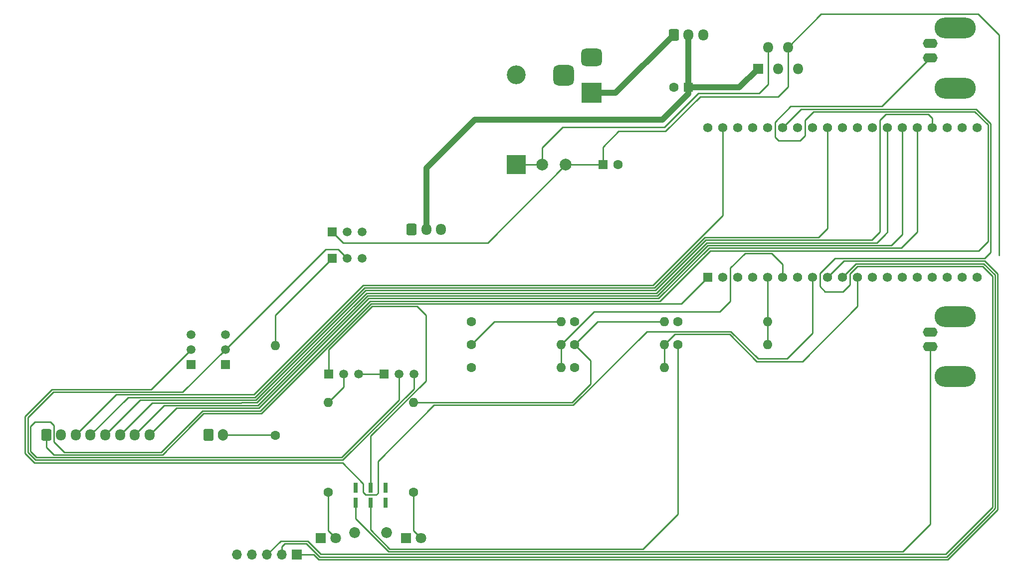
<source format=gbr>
%TF.GenerationSoftware,KiCad,Pcbnew,9.0.0*%
%TF.CreationDate,2025-07-16T00:17:05+02:00*%
%TF.ProjectId,OpenSpritzer2,4f70656e-5370-4726-9974-7a6572322e6b,rev?*%
%TF.SameCoordinates,Original*%
%TF.FileFunction,Copper,L1,Top*%
%TF.FilePolarity,Positive*%
%FSLAX46Y46*%
G04 Gerber Fmt 4.6, Leading zero omitted, Abs format (unit mm)*
G04 Created by KiCad (PCBNEW 9.0.0) date 2025-07-16 00:17:05*
%MOMM*%
%LPD*%
G01*
G04 APERTURE LIST*
G04 Aperture macros list*
%AMRoundRect*
0 Rectangle with rounded corners*
0 $1 Rounding radius*
0 $2 $3 $4 $5 $6 $7 $8 $9 X,Y pos of 4 corners*
0 Add a 4 corners polygon primitive as box body*
4,1,4,$2,$3,$4,$5,$6,$7,$8,$9,$2,$3,0*
0 Add four circle primitives for the rounded corners*
1,1,$1+$1,$2,$3*
1,1,$1+$1,$4,$5*
1,1,$1+$1,$6,$7*
1,1,$1+$1,$8,$9*
0 Add four rect primitives between the rounded corners*
20,1,$1+$1,$2,$3,$4,$5,0*
20,1,$1+$1,$4,$5,$6,$7,0*
20,1,$1+$1,$6,$7,$8,$9,0*
20,1,$1+$1,$8,$9,$2,$3,0*%
G04 Aperture macros list end*
%TA.AperFunction,ComponentPad*%
%ADD10C,1.600000*%
%TD*%
%TA.AperFunction,ComponentPad*%
%ADD11O,1.600000X1.600000*%
%TD*%
%TA.AperFunction,ComponentPad*%
%ADD12RoundRect,0.250000X-0.600000X-0.725000X0.600000X-0.725000X0.600000X0.725000X-0.600000X0.725000X0*%
%TD*%
%TA.AperFunction,ComponentPad*%
%ADD13O,1.700000X1.950000*%
%TD*%
%TA.AperFunction,ComponentPad*%
%ADD14RoundRect,0.250000X-0.600000X-0.750000X0.600000X-0.750000X0.600000X0.750000X-0.600000X0.750000X0*%
%TD*%
%TA.AperFunction,ComponentPad*%
%ADD15O,1.700000X2.000000*%
%TD*%
%TA.AperFunction,ComponentPad*%
%ADD16C,1.500000*%
%TD*%
%TA.AperFunction,ComponentPad*%
%ADD17R,1.500000X1.500000*%
%TD*%
%TA.AperFunction,ComponentPad*%
%ADD18R,1.700000X1.700000*%
%TD*%
%TA.AperFunction,ComponentPad*%
%ADD19O,1.700000X1.700000*%
%TD*%
%TA.AperFunction,ComponentPad*%
%ADD20R,1.800000X1.800000*%
%TD*%
%TA.AperFunction,ComponentPad*%
%ADD21C,1.800000*%
%TD*%
%TA.AperFunction,ComponentPad*%
%ADD22O,2.499360X1.600200*%
%TD*%
%TA.AperFunction,ComponentPad*%
%ADD23O,7.000240X3.500120*%
%TD*%
%TA.AperFunction,ComponentPad*%
%ADD24O,1.800000X1.800000*%
%TD*%
%TA.AperFunction,ComponentPad*%
%ADD25C,2.000000*%
%TD*%
%TA.AperFunction,ComponentPad*%
%ADD26C,1.850000*%
%TD*%
%TA.AperFunction,ComponentPad*%
%ADD27R,0.750000X1.750000*%
%TD*%
%TA.AperFunction,ComponentPad*%
%ADD28R,3.200000X3.200000*%
%TD*%
%TA.AperFunction,ComponentPad*%
%ADD29O,3.200000X3.200000*%
%TD*%
%TA.AperFunction,ComponentPad*%
%ADD30R,1.600000X1.600000*%
%TD*%
%TA.AperFunction,ComponentPad*%
%ADD31R,3.500000X3.500000*%
%TD*%
%TA.AperFunction,ComponentPad*%
%ADD32RoundRect,0.750000X-1.000000X0.750000X-1.000000X-0.750000X1.000000X-0.750000X1.000000X0.750000X0*%
%TD*%
%TA.AperFunction,ComponentPad*%
%ADD33RoundRect,0.875000X-0.875000X0.875000X-0.875000X-0.875000X0.875000X-0.875000X0.875000X0.875000X0*%
%TD*%
%TA.AperFunction,ComponentPad*%
%ADD34R,1.560000X1.560000*%
%TD*%
%TA.AperFunction,ComponentPad*%
%ADD35C,1.560000*%
%TD*%
%TA.AperFunction,Conductor*%
%ADD36C,0.250000*%
%TD*%
%TA.AperFunction,Conductor*%
%ADD37C,1.000000*%
%TD*%
G04 APERTURE END LIST*
D10*
%TO.P,R5,1*%
%TO.N,Net-(D4-A)*%
X82150000Y-84370000D03*
D11*
%TO.P,R5,2*%
%TO.N,VCC 5V*%
X82150000Y-69130000D03*
%TD*%
D10*
%TO.P,R3,1*%
%TO.N,Net-(R3-Pad1)*%
X150430000Y-68950000D03*
D11*
%TO.P,R3,2*%
%TO.N,GPIO34*%
X165670000Y-68950000D03*
%TD*%
D12*
%TO.P,U3,1,VCC*%
%TO.N,3.3V*%
X43250000Y-84300000D03*
D13*
%TO.P,U3,2,GND*%
%TO.N,GNDREF*%
X45750000Y-84300000D03*
%TO.P,U3,3,DIN*%
%TO.N,GPIO23*%
X48250000Y-84300000D03*
%TO.P,U3,4,CLK*%
%TO.N,GPIO18*%
X50750000Y-84300000D03*
%TO.P,U3,5,CS*%
%TO.N,GPIO15*%
X53250000Y-84300000D03*
%TO.P,U3,6,DC*%
%TO.N,GPIO4*%
X55750000Y-84300000D03*
%TO.P,U3,7,RST*%
%TO.N,GPIO0*%
X58250000Y-84300000D03*
%TO.P,U3,8,BL*%
%TO.N,GPIO2*%
X60750000Y-84300000D03*
%TD*%
D10*
%TO.P,1k\u03A9,1*%
%TO.N,Net-(Q1-B)*%
X115390000Y-68950000D03*
D11*
%TO.P,1k\u03A9,2*%
%TO.N,GPIO35*%
X130630000Y-68950000D03*
%TD*%
D14*
%TO.P,D4,1,K*%
%TO.N,Net-(D4-K)*%
X70750000Y-84300000D03*
D15*
%TO.P,D4,2,A*%
%TO.N,Net-(D4-A)*%
X73250000Y-84300000D03*
%TD*%
D16*
%TO.P,NPN,1,B*%
%TO.N,TTL Input*%
X94340000Y-54300000D03*
D17*
%TO.P,NPN,2,C*%
%TO.N,VCC 5V*%
X91800000Y-54300000D03*
D16*
%TO.P,NPN,3,E*%
%TO.N,Net-(J4-Pin_3)*%
X96880000Y-54300000D03*
%TD*%
D12*
%TO.P,J4,1,Pin_1*%
%TO.N,GNDREF*%
X105250000Y-49425000D03*
D13*
%TO.P,J4,2,Pin_2*%
%TO.N,Vin 24V*%
X107750000Y-49425000D03*
%TO.P,J4,3,Pin_3*%
%TO.N,Net-(J4-Pin_3)*%
X110250000Y-49425000D03*
%TD*%
D18*
%TO.P,SW3,1,A*%
%TO.N,GPIO25*%
X85800000Y-104600000D03*
D19*
%TO.P,SW3,2,C*%
%TO.N,GPIO26*%
X83260000Y-104600000D03*
%TO.P,SW3,3,B*%
%TO.N,GPIO21*%
X80720000Y-104600000D03*
%TO.P,SW3,4,S1*%
%TO.N,3.3V*%
X78180000Y-104600000D03*
%TO.P,SW3,5,S2*%
%TO.N,GNDREF*%
X75640000Y-104600000D03*
%TD*%
D16*
%TO.P,NPN,1,B*%
%TO.N,GPIO33*%
X67850000Y-69760000D03*
D17*
%TO.P,NPN,2,C*%
%TO.N,Net-(D4-K)*%
X67850000Y-72300000D03*
D16*
%TO.P,NPN,3,E*%
%TO.N,GNDREF*%
X67850000Y-67220000D03*
%TD*%
D20*
%TO.P,D2,1,K*%
%TO.N,GNDREF*%
X104300000Y-101800000D03*
D21*
%TO.P,D2,2,A*%
%TO.N,Net-(D2-A)*%
X106840000Y-101800000D03*
%TD*%
D10*
%TO.P,R1,1*%
%TO.N,Net-(D2-A)*%
X105600000Y-94020000D03*
D11*
%TO.P,R1,2*%
%TO.N,Net-(R1-Pad2)*%
X105600000Y-78780000D03*
%TD*%
D22*
%TO.P,J2,1,In*%
%TO.N,Net-(J2-In)*%
X193298740Y-69300000D03*
%TO.P,J2,2,Ext*%
%TO.N,VCC 5V*%
X193298740Y-66800640D03*
D23*
%TO.P,J2,GNDREF,Ext*%
%TO.N,N/C*%
X197563400Y-64202220D03*
X197563400Y-74400320D03*
%TD*%
D16*
%TO.P,NPN,1,B*%
%TO.N,Net-(Q1-B)*%
X93710000Y-73950000D03*
D17*
%TO.P,NPN,2,C*%
%TO.N,VCC 5V*%
X91170000Y-73950000D03*
D16*
%TO.P,NPN,3,E*%
%TO.N,Net-(Q1-E)*%
X96250000Y-73950000D03*
%TD*%
%TO.P,NPN,1,B*%
%TO.N,Net-(J3-In)*%
X103110000Y-73950000D03*
D17*
%TO.P,NPN,2,C*%
%TO.N,Net-(Q1-E)*%
X100570000Y-73950000D03*
D16*
%TO.P,NPN,3,E*%
%TO.N,TTL Input*%
X105650000Y-73950000D03*
%TD*%
D10*
%TO.P,2k\u03A9,1*%
%TO.N,GNDREF*%
X115410000Y-72850000D03*
D11*
%TO.P,2k\u03A9,2*%
%TO.N,GPIO35*%
X130650000Y-72850000D03*
%TD*%
D16*
%TO.P,NPN,1,B*%
%TO.N,TTL Input*%
X73650000Y-69760000D03*
D17*
%TO.P,NPN,2,C*%
%TO.N,Net-(D4-K)*%
X73650000Y-72300000D03*
D16*
%TO.P,NPN,3,E*%
%TO.N,GNDREF*%
X73650000Y-67220000D03*
%TD*%
D20*
%TO.P,U2,1,VIN*%
%TO.N,Vin 24V*%
X164050000Y-22150000D03*
D24*
%TO.P,U2,2,OUT*%
%TO.N,Net-(D1-K)*%
X165750000Y-18450000D03*
%TO.P,U2,3,GND*%
%TO.N,GNDREF*%
X167450000Y-22150000D03*
%TO.P,U2,4,FB*%
%TO.N,VCC 5V*%
X169150000Y-18450000D03*
%TO.P,U2,5,~{ON}/OFF*%
%TO.N,GNDREF*%
X170850000Y-22150000D03*
%TD*%
D16*
%TO.P,NPN,1,B*%
%TO.N,GPIO32*%
X94340000Y-49800000D03*
D17*
%TO.P,NPN,2,C*%
%TO.N,VCC 5V*%
X91800000Y-49800000D03*
D16*
%TO.P,NPN,3,E*%
%TO.N,Net-(J4-Pin_3)*%
X96880000Y-49800000D03*
%TD*%
D22*
%TO.P,J3,1,In*%
%TO.N,Net-(J3-In)*%
X193298740Y-20300000D03*
D23*
%TO.P,J3,2,Ext*%
%TO.N,GNDREF*%
X197563400Y-15202220D03*
D22*
X193298740Y-17800640D03*
D23*
X197563400Y-25400320D03*
%TD*%
D12*
%TO.P,SW1,1,1*%
%TO.N,Net-(J1-Pad1)*%
X149750000Y-16350000D03*
D13*
%TO.P,SW1,2,2*%
%TO.N,Vin 24V*%
X152250000Y-16350000D03*
%TO.P,SW1,3,K*%
%TO.N,GNDREF*%
X154750000Y-16350000D03*
%TD*%
D10*
%TO.P,10k\u03A9,1*%
%TO.N,GNDREF*%
X115390000Y-65050000D03*
D11*
%TO.P,10k\u03A9,2*%
%TO.N,Net-(Q1-B)*%
X130630000Y-65050000D03*
%TD*%
D25*
%TO.P,L1,1,1*%
%TO.N,Net-(D1-K)*%
X127400000Y-38400000D03*
%TO.P,L1,2,2*%
%TO.N,VCC 5V*%
X131400000Y-38400000D03*
%TD*%
D10*
%TO.P,R4,1*%
%TO.N,GNDREF*%
X150430000Y-65050000D03*
D11*
%TO.P,R4,2*%
%TO.N,GPIO34*%
X165670000Y-65050000D03*
%TD*%
D20*
%TO.P,D3,1,K*%
%TO.N,GNDREF*%
X89850000Y-101800000D03*
D21*
%TO.P,D3,2,A*%
%TO.N,Net-(D3-A)*%
X92390000Y-101800000D03*
%TD*%
D10*
%TO.P,R2,1*%
%TO.N,Net-(D3-A)*%
X91100000Y-94020000D03*
D11*
%TO.P,R2,2*%
%TO.N,Net-(Q1-B)*%
X91100000Y-78780000D03*
%TD*%
D10*
%TO.P,10k\u03A9,1*%
%TO.N,GNDREF*%
X132910000Y-65050000D03*
D11*
%TO.P,10k\u03A9,2*%
%TO.N,Net-(R1-Pad2)*%
X148150000Y-65050000D03*
%TD*%
D26*
%TO.P,SW2,*%
%TO.N,*%
X95600000Y-100850000D03*
X101000000Y-100850000D03*
D27*
%TO.P,SW2,1,A*%
%TO.N,Net-(R1-Pad2)*%
X95760000Y-93230000D03*
%TO.P,SW2,2,B*%
%TO.N,VCC 5V*%
X98300000Y-93230000D03*
%TO.P,SW2,3,C*%
%TO.N,Net-(Q1-B)*%
X100840000Y-93230000D03*
%TO.P,SW2,4,A*%
%TO.N,Net-(J2-In)*%
X95760000Y-95770000D03*
%TO.P,SW2,5,B*%
%TO.N,Net-(R3-Pad1)*%
X98300000Y-95770000D03*
%TO.P,SW2,6,C*%
%TO.N,GNDREF*%
X100840000Y-95770000D03*
%TD*%
D28*
%TO.P,D1,1,K*%
%TO.N,Net-(D1-K)*%
X123050000Y-38420000D03*
D29*
%TO.P,D1,2,A*%
%TO.N,GNDREF*%
X123050000Y-23180000D03*
%TD*%
D30*
%TO.P,C1,1*%
%TO.N,Vin 24V*%
X152232380Y-25300000D03*
D10*
%TO.P,C1,2*%
%TO.N,GNDREF*%
X149732380Y-25300000D03*
%TD*%
D30*
%TO.P,C2,1*%
%TO.N,VCC 5V*%
X137767621Y-38400000D03*
D10*
%TO.P,C2,2*%
%TO.N,GNDREF*%
X140267621Y-38400000D03*
%TD*%
D31*
%TO.P,J1,1*%
%TO.N,Net-(J1-Pad1)*%
X135800000Y-26200000D03*
D32*
%TO.P,J1,2*%
%TO.N,GNDREF*%
X135800000Y-20200000D03*
D33*
%TO.P,J1,3*%
X131100000Y-23200000D03*
%TD*%
D10*
%TO.P,1k\u03A9,1*%
%TO.N,Net-(R1-Pad2)*%
X132910000Y-68950000D03*
D11*
%TO.P,1k\u03A9,2*%
%TO.N,GPIO27*%
X148150000Y-68950000D03*
%TD*%
D10*
%TO.P,2k\u03A9,1*%
%TO.N,GNDREF*%
X132910000Y-72850000D03*
D11*
%TO.P,2k\u03A9,2*%
%TO.N,GPIO27*%
X148150000Y-72850000D03*
%TD*%
D34*
%TO.P,U1,1,3V3*%
%TO.N,3.3V*%
X155540000Y-57500000D03*
D35*
%TO.P,U1,2,EN*%
%TO.N,unconnected-(U1-EN-Pad2)*%
X158080000Y-57500000D03*
%TO.P,U1,3,SENSOR_VP*%
%TO.N,unconnected-(U1-SENSOR_VP-Pad3)*%
X160620000Y-57500000D03*
%TO.P,U1,4,SENSOR_VN*%
%TO.N,unconnected-(U1-SENSOR_VN-Pad4)*%
X163160000Y-57500000D03*
%TO.P,U1,5,IO34*%
%TO.N,GPIO34*%
X165700000Y-57500000D03*
%TO.P,U1,6,IO35*%
%TO.N,GPIO35*%
X168240000Y-57500000D03*
%TO.P,U1,7,IO32*%
%TO.N,GPIO32*%
X170780000Y-57500000D03*
%TO.P,U1,8,IO33*%
%TO.N,GPIO33*%
X173320000Y-57500000D03*
%TO.P,U1,9,IO25*%
%TO.N,GPIO25*%
X175860000Y-57500000D03*
%TO.P,U1,10,IO26*%
%TO.N,GPIO26*%
X178400000Y-57500000D03*
%TO.P,U1,11,IO27*%
%TO.N,GPIO27*%
X180940000Y-57500000D03*
%TO.P,U1,12,IO14*%
%TO.N,unconnected-(U1-IO14-Pad12)*%
X183480000Y-57500000D03*
%TO.P,U1,13,IO12*%
%TO.N,unconnected-(U1-IO12-Pad13)*%
X186020000Y-57500000D03*
%TO.P,U1,14,GND1*%
%TO.N,GNDREF*%
X188560000Y-57500000D03*
%TO.P,U1,15,IO13*%
%TO.N,unconnected-(U1-IO13-Pad15)*%
X191100000Y-57500000D03*
%TO.P,U1,16,SD2*%
%TO.N,unconnected-(U1-SD2-Pad16)*%
X193640000Y-57500000D03*
%TO.P,U1,17,SD3*%
%TO.N,unconnected-(U1-SD3-Pad17)*%
X196180000Y-57500000D03*
%TO.P,U1,18,CMD*%
%TO.N,unconnected-(U1-CMD-Pad18)*%
X198720000Y-57500000D03*
%TO.P,U1,19,EXT_5V*%
%TO.N,VCC 5V*%
X201260000Y-57500000D03*
%TO.P,U1,20,GND3*%
%TO.N,GNDREF*%
X155540000Y-32100000D03*
%TO.P,U1,21,IO23*%
%TO.N,GPIO23*%
X158080000Y-32100000D03*
%TO.P,U1,22,IO22*%
%TO.N,unconnected-(U1-IO22-Pad22)*%
X160620000Y-32100000D03*
%TO.P,U1,23,TXD0*%
%TO.N,unconnected-(U1-TXD0-Pad23)*%
X163160000Y-32100000D03*
%TO.P,U1,24,RXD0*%
%TO.N,unconnected-(U1-RXD0-Pad24)*%
X165700000Y-32100000D03*
%TO.P,U1,25,IO21*%
%TO.N,GPIO21*%
X168240000Y-32100000D03*
%TO.P,U1,26,GND2*%
%TO.N,GNDREF*%
X170780000Y-32100000D03*
%TO.P,U1,27,IO19*%
%TO.N,unconnected-(U1-IO19-Pad27)*%
X173320000Y-32100000D03*
%TO.P,U1,28,IO18*%
%TO.N,GPIO18*%
X175860000Y-32100000D03*
%TO.P,U1,29,IO5*%
%TO.N,unconnected-(U1-IO5-Pad29)*%
X178400000Y-32100000D03*
%TO.P,U1,30,IO17*%
%TO.N,unconnected-(U1-IO17-Pad30)*%
X180940000Y-32100000D03*
%TO.P,U1,31,IO16*%
%TO.N,unconnected-(U1-IO16-Pad31)*%
X183480000Y-32100000D03*
%TO.P,U1,32,IO4*%
%TO.N,GPIO4*%
X186020000Y-32100000D03*
%TO.P,U1,33,IO0*%
%TO.N,GPIO0*%
X188560000Y-32100000D03*
%TO.P,U1,34,IO2*%
%TO.N,GPIO2*%
X191100000Y-32100000D03*
%TO.P,U1,35,IO15*%
%TO.N,GPIO15*%
X193640000Y-32100000D03*
%TO.P,U1,36,SD1*%
%TO.N,unconnected-(U1-SD1-Pad36)*%
X196180000Y-32100000D03*
%TO.P,U1,37,SD0*%
%TO.N,unconnected-(U1-SD0-Pad37)*%
X198720000Y-32100000D03*
%TO.P,U1,38,CLK*%
%TO.N,unconnected-(U1-CLK-Pad38)*%
X201260000Y-32100000D03*
%TD*%
D36*
%TO.N,VCC 5V*%
X98300000Y-84450000D02*
X98300000Y-93230000D01*
X107650000Y-75100000D02*
X98300000Y-84450000D01*
X107650000Y-63950000D02*
X107650000Y-75100000D01*
X106158000Y-62458000D02*
X107650000Y-63950000D01*
X98544480Y-62458000D02*
X106158000Y-62458000D01*
X91170000Y-69832480D02*
X98544480Y-62458000D01*
X91170000Y-73950000D02*
X91170000Y-69832480D01*
%TO.N,3.3V*%
X151033000Y-62007000D02*
X155540000Y-57500000D01*
X98357670Y-62007000D02*
X151033000Y-62007000D01*
X79728670Y-80636000D02*
X98357670Y-62007000D01*
X69964000Y-80636000D02*
X79728670Y-80636000D01*
X68100000Y-82500000D02*
X69964000Y-80636000D01*
X68100000Y-82500000D02*
X69250000Y-81350000D01*
%TO.N,Net-(J3-In)*%
X98170860Y-61556000D02*
X102350000Y-61556000D01*
X79541860Y-80185000D02*
X98170860Y-61556000D01*
X69777190Y-80185000D02*
X79541860Y-80185000D01*
X46297000Y-87197000D02*
X62765190Y-87197000D01*
X62765190Y-87197000D02*
X69777190Y-80185000D01*
X44550000Y-85450000D02*
X46297000Y-87197000D01*
X44550000Y-82650000D02*
X44550000Y-85450000D01*
X41350000Y-82050000D02*
X43950000Y-82050000D01*
X40551000Y-82849000D02*
X41350000Y-82050000D01*
X40551000Y-87063190D02*
X40551000Y-82849000D01*
X41586810Y-88099000D02*
X40551000Y-87063190D01*
X93375380Y-88099000D02*
X41586810Y-88099000D01*
X103110000Y-78364380D02*
X93375380Y-88099000D01*
X43950000Y-82050000D02*
X44550000Y-82650000D01*
X103110000Y-73950000D02*
X103110000Y-78364380D01*
X102350000Y-61556000D02*
X147370860Y-61556000D01*
%TO.N,3.3V*%
X62952000Y-87648000D02*
X68100000Y-82500000D01*
X44548000Y-87648000D02*
X62952000Y-87648000D01*
X43250000Y-86350000D02*
X44548000Y-87648000D01*
X43250000Y-84300000D02*
X43250000Y-86350000D01*
%TO.N,GPIO33*%
X173320000Y-66980000D02*
X173320000Y-57500000D01*
X168950000Y-71350000D02*
X173320000Y-66980000D01*
X164050000Y-71350000D02*
X168950000Y-71350000D01*
X159450000Y-66750000D02*
X164050000Y-71350000D01*
X145187810Y-66750000D02*
X159450000Y-66750000D01*
X109069000Y-79231000D02*
X132706810Y-79231000D01*
X99550000Y-88750000D02*
X109069000Y-79231000D01*
X99550000Y-94150000D02*
X99550000Y-88750000D01*
X99250000Y-94450000D02*
X99550000Y-94150000D01*
X97450000Y-94450000D02*
X99250000Y-94450000D01*
X97050000Y-94050000D02*
X97450000Y-94450000D01*
X93550000Y-89050000D02*
X97050000Y-92550000D01*
X41262190Y-89050000D02*
X93550000Y-89050000D01*
X39649000Y-81113190D02*
X39649000Y-87436810D01*
X39649000Y-87436810D02*
X41262190Y-89050000D01*
X132706810Y-79231000D02*
X145187810Y-66750000D01*
X44216190Y-76546000D02*
X39649000Y-81113190D01*
X61064000Y-76546000D02*
X44216190Y-76546000D01*
X97050000Y-92550000D02*
X97050000Y-94050000D01*
X67850000Y-69760000D02*
X61064000Y-76546000D01*
%TO.N,TTL Input*%
X105650000Y-76462190D02*
X105650000Y-73950000D01*
X41400000Y-88550000D02*
X93562190Y-88550000D01*
X44403000Y-76997000D02*
X40100000Y-81300000D01*
X66413000Y-76997000D02*
X44403000Y-76997000D01*
X40100000Y-81300000D02*
X40100000Y-87250000D01*
X73650000Y-69760000D02*
X66413000Y-76997000D01*
X40100000Y-87250000D02*
X41400000Y-88550000D01*
X93562190Y-88550000D02*
X105650000Y-76462190D01*
%TO.N,GPIO35*%
X168240000Y-55340000D02*
X168240000Y-57500000D01*
X166352000Y-53452000D02*
X168240000Y-55340000D01*
X161848000Y-53452000D02*
X166352000Y-53452000D01*
X159350000Y-55950000D02*
X161848000Y-53452000D01*
X159350000Y-61550000D02*
X159350000Y-55950000D01*
X157550000Y-63350000D02*
X159350000Y-61550000D01*
X136230000Y-63350000D02*
X157550000Y-63350000D01*
X130630000Y-68950000D02*
X136230000Y-63350000D01*
%TO.N,GPIO2*%
X188350000Y-52550000D02*
X191100000Y-49800000D01*
X155739050Y-52550000D02*
X188350000Y-52550000D01*
X147184050Y-61105000D02*
X155739050Y-52550000D01*
X97984050Y-61105000D02*
X147184050Y-61105000D01*
X79355050Y-79734000D02*
X97984050Y-61105000D01*
X191100000Y-49800000D02*
X191100000Y-32100000D01*
X65316000Y-79734000D02*
X79355050Y-79734000D01*
X60750000Y-84300000D02*
X65316000Y-79734000D01*
%TO.N,GPIO0*%
X188560000Y-50240000D02*
X188560000Y-32100000D01*
X186701000Y-52099000D02*
X188560000Y-50240000D01*
X155552240Y-52099000D02*
X186701000Y-52099000D01*
X97797240Y-60654000D02*
X146997240Y-60654000D01*
X146997240Y-60654000D02*
X155552240Y-52099000D01*
X63267000Y-79283000D02*
X79168240Y-79283000D01*
X79168240Y-79283000D02*
X97797240Y-60654000D01*
X58250000Y-84300000D02*
X63267000Y-79283000D01*
%TO.N,GPIO4*%
X184222000Y-51648000D02*
X185585000Y-50285000D01*
X155365430Y-51648000D02*
X184222000Y-51648000D01*
X146810430Y-60203000D02*
X155365430Y-51648000D01*
X97610430Y-60203000D02*
X146810430Y-60203000D01*
X79012430Y-78801000D02*
X97610430Y-60203000D01*
X76381000Y-78801000D02*
X79012430Y-78801000D01*
X61218000Y-78832000D02*
X76350000Y-78832000D01*
X76350000Y-78832000D02*
X76381000Y-78801000D01*
X55750000Y-84300000D02*
X61218000Y-78832000D01*
%TO.N,GPIO15*%
X193640000Y-30540000D02*
X193640000Y-32100000D01*
X192950000Y-29850000D02*
X193640000Y-30540000D01*
X185750000Y-29850000D02*
X192950000Y-29850000D01*
X184750000Y-30850000D02*
X185750000Y-29850000D01*
X184750000Y-49797000D02*
X184750000Y-30850000D01*
X183350000Y-51197000D02*
X184750000Y-49797000D01*
X155178620Y-51197000D02*
X183350000Y-51197000D01*
X146623620Y-59752000D02*
X155178620Y-51197000D01*
X97423620Y-59752000D02*
X146623620Y-59752000D01*
X78825620Y-78350000D02*
X97423620Y-59752000D01*
X59200000Y-78350000D02*
X78825620Y-78350000D01*
X53250000Y-84300000D02*
X59200000Y-78350000D01*
%TO.N,GPIO18*%
X175860000Y-49240000D02*
X175860000Y-32100000D01*
X174354000Y-50746000D02*
X175860000Y-49240000D01*
X146436810Y-59301000D02*
X154991810Y-50746000D01*
X97236810Y-59301000D02*
X146436810Y-59301000D01*
X78638810Y-77899000D02*
X97236810Y-59301000D01*
X57151000Y-77899000D02*
X78638810Y-77899000D01*
X50750000Y-84300000D02*
X57151000Y-77899000D01*
X154991810Y-50746000D02*
X174354000Y-50746000D01*
%TO.N,GPIO23*%
X158080000Y-47020000D02*
X158080000Y-32100000D01*
X97050000Y-58850000D02*
X146250000Y-58850000D01*
X146250000Y-58850000D02*
X158080000Y-47020000D01*
X78452000Y-77448000D02*
X97050000Y-58850000D01*
X55102000Y-77448000D02*
X78452000Y-77448000D01*
X48250000Y-84300000D02*
X55102000Y-77448000D01*
%TO.N,Net-(J3-In)*%
X166950000Y-33750000D02*
X166950000Y-31150000D01*
X169603000Y-28497000D02*
X185101740Y-28497000D01*
X167550000Y-34350000D02*
X166950000Y-33750000D01*
X171150000Y-34350000D02*
X167550000Y-34350000D01*
X172050000Y-30850000D02*
X172050000Y-33450000D01*
X166950000Y-31150000D02*
X169603000Y-28497000D01*
X173501000Y-29399000D02*
X172050000Y-30850000D01*
X200861190Y-29399000D02*
X173501000Y-29399000D01*
X203099000Y-31636810D02*
X200861190Y-29399000D01*
X155925860Y-53001000D02*
X201499000Y-53001000D01*
X185101740Y-28497000D02*
X193298740Y-20300000D01*
X147370860Y-61556000D02*
X155925860Y-53001000D01*
X203099000Y-51401000D02*
X203099000Y-31636810D01*
X201499000Y-53001000D02*
X203099000Y-51401000D01*
X100370860Y-61556000D02*
X102350000Y-61556000D01*
X172050000Y-33450000D02*
X171150000Y-34350000D01*
%TO.N,VCC 5V*%
X93650000Y-51650000D02*
X118150000Y-51650000D01*
X91800000Y-49800000D02*
X93650000Y-51650000D01*
X118150000Y-51650000D02*
X131400000Y-38400000D01*
%TO.N,GPIO21*%
X171392000Y-28948000D02*
X168240000Y-32100000D01*
X202501000Y-54299000D02*
X203550000Y-53250000D01*
X203550000Y-53250000D02*
X203550000Y-31450000D01*
X174550000Y-56850000D02*
X177101000Y-54299000D01*
X201048000Y-28948000D02*
X171392000Y-28948000D01*
X175450000Y-59950000D02*
X174550000Y-59050000D01*
X179650000Y-58750000D02*
X178450000Y-59950000D01*
X203550000Y-31450000D02*
X201048000Y-28948000D01*
X179650000Y-56887810D02*
X179650000Y-58750000D01*
X178450000Y-59950000D02*
X175450000Y-59950000D01*
X180885810Y-55652000D02*
X179650000Y-56887810D01*
X203848000Y-96576380D02*
X203848000Y-57323620D01*
X89836810Y-104548000D02*
X195876380Y-104548000D01*
X177101000Y-54299000D02*
X202501000Y-54299000D01*
X202176380Y-55652000D02*
X180885810Y-55652000D01*
X87587810Y-102299000D02*
X89836810Y-104548000D01*
X195876380Y-104548000D02*
X203848000Y-96576380D01*
X174550000Y-59050000D02*
X174550000Y-56850000D01*
X203848000Y-57323620D02*
X202176380Y-55652000D01*
X83021000Y-102299000D02*
X87587810Y-102299000D01*
X80720000Y-104600000D02*
X83021000Y-102299000D01*
%TO.N,GPIO25*%
X178610000Y-54750000D02*
X175860000Y-57500000D01*
X204750000Y-56950000D02*
X202550000Y-54750000D01*
X202550000Y-54750000D02*
X178610000Y-54750000D01*
X196250000Y-105450000D02*
X204750000Y-96950000D01*
X89463190Y-105450000D02*
X196250000Y-105450000D01*
X204750000Y-96950000D02*
X204750000Y-56950000D01*
X88613190Y-104600000D02*
X89463190Y-105450000D01*
X85800000Y-104600000D02*
X88613190Y-104600000D01*
%TO.N,Net-(R3-Pad1)*%
X144502520Y-103646000D02*
X150430000Y-97718520D01*
X101546000Y-103646000D02*
X144502520Y-103646000D01*
X98300000Y-100400000D02*
X101546000Y-103646000D01*
X150430000Y-97718520D02*
X150430000Y-68950000D01*
X98300000Y-95880511D02*
X98300000Y-100400000D01*
%TO.N,Net-(J2-In)*%
X95760000Y-98497810D02*
X95760000Y-95770000D01*
X101359190Y-104097000D02*
X95760000Y-98497810D01*
X188603000Y-104097000D02*
X101359190Y-104097000D01*
X193298740Y-99401260D02*
X188603000Y-104097000D01*
X193298740Y-69300000D02*
X193298740Y-99401260D01*
%TO.N,GPIO27*%
X159263190Y-67201000D02*
X149899000Y-67201000D01*
X171599000Y-71801000D02*
X163863190Y-71801000D01*
X163863190Y-71801000D02*
X159263190Y-67201000D01*
X149899000Y-67201000D02*
X148150000Y-68950000D01*
X180940000Y-57500000D02*
X180940000Y-62460000D01*
X180940000Y-62460000D02*
X171599000Y-71801000D01*
%TO.N,GPIO26*%
X204299000Y-96763190D02*
X202581095Y-98481095D01*
X204299000Y-57136810D02*
X204299000Y-96763190D01*
X202363190Y-55201000D02*
X204299000Y-57136810D01*
X178400000Y-57500000D02*
X180699000Y-55201000D01*
X180699000Y-55201000D02*
X202363190Y-55201000D01*
X202581095Y-98481095D02*
X203350000Y-97712190D01*
X89650000Y-104999000D02*
X196063190Y-104999000D01*
X87401000Y-102750000D02*
X89650000Y-104999000D01*
X83750000Y-102750000D02*
X87401000Y-102750000D01*
X196063190Y-104999000D02*
X202581095Y-98481095D01*
X83260000Y-103240000D02*
X83750000Y-102750000D01*
X83260000Y-104600000D02*
X83260000Y-103240000D01*
X178400000Y-57500000D02*
X180050000Y-55850000D01*
%TO.N,VCC 5V*%
X204950000Y-53810000D02*
X204950000Y-49350000D01*
X204950000Y-49350000D02*
X204950000Y-16350000D01*
%TO.N,GPIO4*%
X185585000Y-50285000D02*
X186020000Y-49850000D01*
X184650000Y-51220000D02*
X185585000Y-50285000D01*
X186020000Y-45150000D02*
X186020000Y-49850000D01*
X186020000Y-32100000D02*
X186020000Y-45150000D01*
%TO.N,Net-(D4-A)*%
X82080000Y-84300000D02*
X82150000Y-84370000D01*
X73250000Y-84300000D02*
X82080000Y-84300000D01*
%TO.N,TTL Input*%
X90660000Y-52750000D02*
X73650000Y-69760000D01*
X92790000Y-52750000D02*
X90660000Y-52750000D01*
X94340000Y-54300000D02*
X92790000Y-52750000D01*
%TO.N,Net-(R1-Pad2)*%
X136810000Y-65050000D02*
X132910000Y-68950000D01*
X148150000Y-65050000D02*
X136810000Y-65050000D01*
%TO.N,Net-(Q1-B)*%
X119290000Y-65050000D02*
X115390000Y-68950000D01*
X130630000Y-65050000D02*
X119290000Y-65050000D01*
%TO.N,Net-(R1-Pad2)*%
X135650000Y-71690000D02*
X132910000Y-68950000D01*
X135650000Y-75650000D02*
X135650000Y-71690000D01*
X132520000Y-78780000D02*
X135650000Y-75650000D01*
X105600000Y-78780000D02*
X132520000Y-78780000D01*
D37*
%TO.N,Vin 24V*%
X152250000Y-16350000D02*
X152250000Y-25282380D01*
X160900000Y-25300000D02*
X164050000Y-22150000D01*
X152232380Y-25300000D02*
X152232380Y-26350000D01*
D36*
X152250000Y-25282380D02*
X152232380Y-25300000D01*
D37*
X115950000Y-30800000D02*
X107750000Y-39000000D01*
X147782380Y-30800000D02*
X115950000Y-30800000D01*
X152232380Y-25300000D02*
X160900000Y-25300000D01*
X107750000Y-39000000D02*
X107750000Y-49425000D01*
X152232380Y-26350000D02*
X147782380Y-30800000D01*
D36*
%TO.N,VCC 5V*%
X169150000Y-18450000D02*
X169150000Y-25150000D01*
X201450000Y-12850000D02*
X174750000Y-12850000D01*
X169150000Y-25150000D02*
X167450000Y-26850000D01*
X131400000Y-38400000D02*
X137767621Y-38400000D01*
X167450000Y-26850000D02*
X154250000Y-26850000D01*
X204950000Y-16350000D02*
X201450000Y-12850000D01*
X82150000Y-69130000D02*
X82150000Y-63950000D01*
X140400000Y-32750000D02*
X137767621Y-35382379D01*
X154250000Y-26850000D02*
X148350000Y-32750000D01*
X82150000Y-63950000D02*
X91800000Y-54300000D01*
X174750000Y-12850000D02*
X169150000Y-18450000D01*
X137767621Y-35382379D02*
X137767621Y-38400000D01*
X148350000Y-32750000D02*
X140400000Y-32750000D01*
%TO.N,Net-(D3-A)*%
X91100000Y-100510000D02*
X92390000Y-101800000D01*
X91100000Y-94020000D02*
X91100000Y-100510000D01*
%TO.N,Net-(Q1-B)*%
X93710000Y-73950000D02*
X93710000Y-76170000D01*
X93710000Y-76170000D02*
X91100000Y-78780000D01*
D37*
%TO.N,Net-(J1-Pad1)*%
X135800000Y-26200000D02*
X139900000Y-26200000D01*
X139900000Y-26200000D02*
X149750000Y-16350000D01*
D36*
%TO.N,Net-(D2-A)*%
X105600000Y-100560000D02*
X106840000Y-101800000D01*
X105600000Y-94020000D02*
X105600000Y-100560000D01*
%TO.N,GPIO34*%
X165700000Y-57500000D02*
X165700000Y-65020000D01*
X165700000Y-65020000D02*
X165670000Y-65050000D01*
X165670000Y-57530000D02*
X165700000Y-57500000D01*
X165670000Y-68950000D02*
X165670000Y-65050000D01*
%TO.N,GPIO27*%
X148150000Y-72850000D02*
X148150000Y-68950000D01*
%TO.N,GPIO35*%
X130650000Y-68970000D02*
X130630000Y-68950000D01*
X130650000Y-72850000D02*
X130650000Y-68970000D01*
%TO.N,Net-(Q1-E)*%
X96250000Y-73950000D02*
X100570000Y-73950000D01*
%TO.N,Net-(D1-K)*%
X165750000Y-24750000D02*
X164250000Y-26250000D01*
X165750000Y-18450000D02*
X165750000Y-24750000D01*
X127380000Y-38420000D02*
X127400000Y-38400000D01*
X164250000Y-26250000D02*
X153900000Y-26250000D01*
X153900000Y-26250000D02*
X148150000Y-32000000D01*
X130900000Y-32000000D02*
X127400000Y-35500000D01*
X123050000Y-38420000D02*
X127380000Y-38420000D01*
X127400000Y-35500000D02*
X127400000Y-38400000D01*
X148150000Y-32000000D02*
X130900000Y-32000000D01*
%TD*%
M02*

</source>
